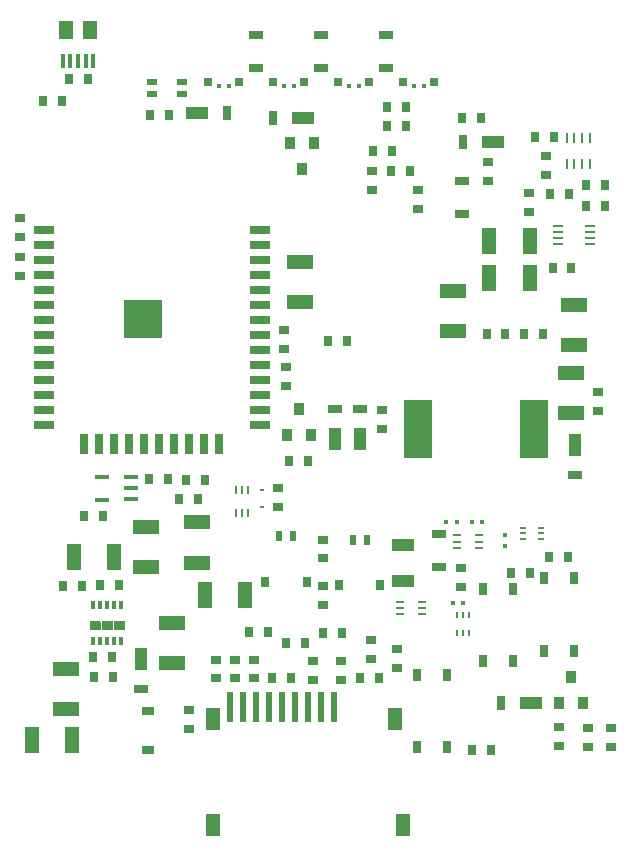
<source format=gbr>
G04 EasyPC Gerber Version 21.0.3 Build 4286 *
G04 #@! TF.Part,Single*
G04 #@! TF.FileFunction,Paste,Top *
G04 #@! TF.FilePolarity,Positive *
%FSLAX35Y35*%
%MOIN*%
G04 #@! TA.AperFunction,SMDPad*
%ADD134R,0.00945X0.02323*%
%ADD184R,0.01071X0.02882*%
%ADD175R,0.01120X0.03320*%
%ADD146R,0.01181X0.02559*%
%ADD148R,0.01260X0.05000*%
%ADD177R,0.01417X0.01614*%
%ADD139R,0.01425X0.01613*%
%ADD143R,0.02205X0.03583*%
%ADD136R,0.02205X0.10079*%
%ADD144R,0.02520X0.03307*%
%ADD183R,0.02561X0.04061*%
%ADD176R,0.02677X0.02874*%
%ADD125R,0.02835X0.03228*%
%ADD142R,0.02835X0.04803*%
%ADD127R,0.03150X0.07087*%
%ADD145R,0.03200X0.04000*%
%ADD129R,0.04409X0.07559*%
%ADD149R,0.04724X0.06299*%
%ADD135R,0.05039X0.07402*%
%ADD131R,0.05040X0.08940*%
%ADD132R,0.09764X0.19213*%
%ADD147R,0.00100X0.00100*%
%ADD180R,0.03200X0.00800*%
%ADD186R,0.02323X0.00945*%
%ADD138R,0.02882X0.01071*%
%ADD185R,0.01299X0.01102*%
%ADD187R,0.01613X0.01425*%
%ADD181R,0.04761X0.01761*%
%ADD178R,0.03299X0.02079*%
%ADD133R,0.03228X0.02835*%
%ADD130R,0.04803X0.02835*%
%ADD182R,0.04087X0.02866*%
%ADD140R,0.04795X0.02866*%
%ADD126R,0.07087X0.03150*%
%ADD128R,0.12598X0.12598*%
G04 #@! TD.AperFunction*
%ADD103C,0.00100*%
G04 #@! TA.AperFunction,SMDPad*
%ADD179R,0.07244X0.04094*%
%ADD141R,0.07559X0.04409*%
%ADD137R,0.08940X0.05040*%
X0Y0D02*
D02*
D103*
X45732Y88957D02*
X42839D01*
X42801Y88960*
X42765Y88971*
X42731Y88989*
X42702Y89013*
X42678Y89043*
X42660Y89076*
X42649Y89112*
X42646Y89150*
Y91520*
X42649Y91557*
X42660Y91594*
X42678Y91627*
X42702Y91656*
X42731Y91680*
X42765Y91698*
X42801Y91709*
X42839Y91713*
X45732*
X45770Y91709*
X45806Y91698*
X45839Y91680*
X45869Y91656*
X45893Y91627*
X45911Y91594*
X45922Y91557*
X45925Y91520*
Y89150*
X45922Y89112*
X45911Y89076*
X45893Y89043*
X45869Y89013*
X45839Y88989*
X45806Y88971*
X45770Y88960*
X45732Y88957*
G36*
X42839*
X42801Y88960*
X42765Y88971*
X42731Y88989*
X42702Y89013*
X42678Y89043*
X42660Y89076*
X42649Y89112*
X42646Y89150*
Y91520*
X42649Y91557*
X42660Y91594*
X42678Y91627*
X42702Y91656*
X42731Y91680*
X42765Y91698*
X42801Y91709*
X42839Y91713*
X45732*
X45770Y91709*
X45806Y91698*
X45839Y91680*
X45869Y91656*
X45893Y91627*
X45911Y91594*
X45922Y91557*
X45925Y91520*
Y89150*
X45922Y89112*
X45911Y89076*
X45893Y89043*
X45869Y89013*
X45839Y88989*
X45806Y88971*
X45770Y88960*
X45732Y88957*
G37*
X49787D02*
X46894D01*
X46856Y88960*
X46820Y88971*
X46787Y88989*
X46757Y89013*
X46733Y89043*
X46715Y89076*
X46704Y89112*
X46701Y89150*
Y91520*
X46704Y91557*
X46715Y91594*
X46733Y91627*
X46757Y91656*
X46787Y91680*
X46820Y91698*
X46856Y91709*
X46894Y91713*
X49787*
X49825Y91709*
X49861Y91698*
X49894Y91680*
X49924Y91656*
X49948Y91627*
X49966Y91594*
X49977Y91557*
X49980Y91520*
Y89150*
X49977Y89112*
X49966Y89076*
X49948Y89043*
X49924Y89013*
X49894Y88989*
X49861Y88971*
X49825Y88960*
X49787Y88957*
G36*
X46894*
X46856Y88960*
X46820Y88971*
X46787Y88989*
X46757Y89013*
X46733Y89043*
X46715Y89076*
X46704Y89112*
X46701Y89150*
Y91520*
X46704Y91557*
X46715Y91594*
X46733Y91627*
X46757Y91656*
X46787Y91680*
X46820Y91698*
X46856Y91709*
X46894Y91713*
X49787*
X49825Y91709*
X49861Y91698*
X49894Y91680*
X49924Y91656*
X49948Y91627*
X49966Y91594*
X49977Y91557*
X49980Y91520*
Y89150*
X49977Y89112*
X49966Y89076*
X49948Y89043*
X49924Y89013*
X49894Y88989*
X49861Y88971*
X49825Y88960*
X49787Y88957*
G37*
X53843D02*
X50949D01*
X50911Y88960*
X50875Y88971*
X50842Y88989*
X50813Y89013*
X50789Y89043*
X50770Y89076*
X50759Y89112*
X50756Y89150*
Y91520*
X50759Y91557*
X50770Y91594*
X50789Y91627*
X50813Y91656*
X50842Y91680*
X50875Y91698*
X50911Y91709*
X50949Y91713*
X53843*
X53880Y91709*
X53917Y91698*
X53950Y91680*
X53979Y91656*
X54003Y91627*
X54021Y91594*
X54032Y91557*
X54035Y91520*
Y89150*
X54032Y89112*
X54021Y89076*
X54003Y89043*
X53979Y89013*
X53950Y88989*
X53917Y88971*
X53880Y88960*
X53843Y88957*
G36*
X50949*
X50911Y88960*
X50875Y88971*
X50842Y88989*
X50813Y89013*
X50789Y89043*
X50770Y89076*
X50759Y89112*
X50756Y89150*
Y91520*
X50759Y91557*
X50770Y91594*
X50789Y91627*
X50813Y91656*
X50842Y91680*
X50875Y91698*
X50911Y91709*
X50949Y91713*
X53843*
X53880Y91709*
X53917Y91698*
X53950Y91680*
X53979Y91656*
X54003Y91627*
X54021Y91594*
X54032Y91557*
X54035Y91520*
Y89150*
X54032Y89112*
X54021Y89076*
X54003Y89043*
X53979Y89013*
X53950Y88989*
X53917Y88971*
X53880Y88960*
X53843Y88957*
G37*
D02*
D125*
X27238Y265197D03*
X33537D03*
X33616Y103543D03*
X35781Y272520D03*
X39915Y103543D03*
X40624Y126614D03*
X42081Y272520D03*
X43774Y79606D03*
X44167Y72992D03*
X45978Y103622D03*
X46923Y126614D03*
X50073Y79606D03*
X50467Y72992D03*
X52278Y103622D03*
X62514Y138976D03*
X62829Y260472D03*
X68813Y138976D03*
X69128Y260472D03*
X72356Y132441D03*
X74876Y138898D03*
X78656Y132441D03*
X81175Y138898D03*
X95742Y88110D03*
X102041D03*
X103380Y72913D03*
X108104Y84488D03*
X109049Y145118D03*
X109679Y72913D03*
X114404Y84488D03*
X115348Y145118D03*
X120467Y87795D03*
X122199Y185118D03*
X126766Y87795D03*
X128498Y185118D03*
X132671Y72598D03*
X137238Y248268D03*
X138970Y72598D03*
X141648Y256693D03*
Y263150D03*
X143144Y241811D03*
X143537Y248268D03*
X147947Y256693D03*
Y263150D03*
X149443Y241811D03*
X166844Y259331D03*
X170152Y48740D03*
X173144Y259331D03*
X174915Y187283D03*
X176451Y48740D03*
X181215Y187283D03*
X183222Y107874D03*
X187317Y187283D03*
X189522Y107874D03*
X191018Y253150D03*
X193616Y187283D03*
X195663Y113071D03*
X195978Y234094D03*
X196923Y209528D03*
X197317Y253150D03*
X201963Y113071D03*
X202278Y234094D03*
X203222Y209528D03*
X207986Y237087D03*
X208104Y230197D03*
X214285Y237087D03*
X214404Y230197D03*
D02*
D126*
X27278Y157146D03*
Y162146D03*
Y167146D03*
Y172146D03*
Y177146D03*
Y182146D03*
Y187146D03*
Y192146D03*
Y197146D03*
Y202146D03*
Y207146D03*
Y212146D03*
Y217146D03*
Y222146D03*
X99325Y157146D03*
Y162146D03*
Y167146D03*
Y172146D03*
Y177146D03*
Y182146D03*
Y187146D03*
Y192146D03*
Y197146D03*
Y202146D03*
Y207146D03*
Y212146D03*
Y217146D03*
Y222146D03*
D02*
D127*
X40801Y150669D03*
X45801D03*
X50801D03*
X55801D03*
X60801D03*
X65801D03*
X70801D03*
X75801D03*
X80801D03*
X85801D03*
D02*
D128*
X60309Y192421D03*
D02*
D129*
X59620Y79075D03*
X124423Y152343D03*
X132888D03*
X204344Y150571D03*
D02*
D130*
X59620Y69035D03*
X124423Y162382D03*
X132888D03*
X204344Y140531D03*
D02*
D131*
X23373Y52047D03*
X36773D03*
X37310Y113071D03*
X50710D03*
X80932Y100315D03*
X94332D03*
X175893Y206181D03*
Y218583D03*
X189293Y206181D03*
Y218583D03*
D02*
D132*
X152179Y155728D03*
X190762D03*
D02*
D133*
X19364Y219764D03*
Y226063D03*
X19443Y206772D03*
Y213071D03*
X75742Y55827D03*
Y62126D03*
X84640Y72598D03*
Y78898D03*
X91096Y72598D03*
Y78898D03*
X97553Y72598D03*
Y78898D03*
X105427Y129764D03*
Y136063D03*
X107396Y182362D03*
Y188661D03*
X108026Y170079D03*
Y176378D03*
X117238Y72126D03*
Y78425D03*
X120309Y97165D03*
Y103465D03*
Y112598D03*
Y118898D03*
X126293Y72205D03*
Y78504D03*
X136293Y78976D03*
Y85276D03*
X136844Y235591D03*
Y241890D03*
X140073Y155689D03*
Y161988D03*
X145191Y76220D03*
Y82520D03*
X151963Y229134D03*
Y235433D03*
X166293Y103071D03*
Y109370D03*
X175427Y238425D03*
Y244724D03*
X189089Y228031D03*
Y234331D03*
X194797Y240315D03*
Y246614D03*
X199128Y50079D03*
Y56378D03*
X208813Y49921D03*
Y56220D03*
X211963Y161811D03*
Y168110D03*
X216451Y49921D03*
Y56220D03*
D02*
D134*
X165112Y87815D03*
Y93917D03*
X167081Y87815D03*
Y93917D03*
X169049Y87815D03*
Y93917D03*
D02*
D135*
X83656Y23602D03*
Y59035D03*
X144285D03*
X147041Y23602D03*
D02*
D136*
X89561Y62972D03*
X93892D03*
X98222D03*
X102553D03*
X106884D03*
X111215D03*
X115545D03*
X119876D03*
X124207D03*
D02*
D137*
X34797Y62355D03*
Y75755D03*
X61490Y109599D03*
Y122999D03*
X70073Y77631D03*
Y91031D03*
X78498Y111253D03*
Y124653D03*
X112829Y198103D03*
Y211503D03*
X163695Y188339D03*
Y201739D03*
X202986Y161174D03*
Y174574D03*
X204167Y183615D03*
Y197015D03*
D02*
D138*
X146073Y93969D03*
Y96094D03*
Y98220D03*
X153553Y93969D03*
Y96094D03*
Y98220D03*
X165018Y116110D03*
Y118236D03*
Y120362D03*
X172498Y116110D03*
Y118236D03*
Y120362D03*
D02*
D139*
X161519Y124759D03*
X163578Y97760D03*
X165072Y124759D03*
X167130Y97760D03*
X169956Y124847D03*
X173508D03*
D02*
D140*
X98144Y276220D03*
Y287244D03*
X119797Y276220D03*
Y287244D03*
X141451Y276220D03*
Y287244D03*
X159049Y109685D03*
Y120709D03*
X166687Y227402D03*
Y238425D03*
D02*
D141*
X78242Y261201D03*
X113636Y259508D03*
X176982Y251555D03*
X189856Y64390D03*
D02*
D142*
X88281Y261201D03*
X103596Y259508D03*
X166943Y251555D03*
X179817Y64390D03*
D02*
D143*
X105683Y120128D03*
X110407D03*
X130309Y118927D03*
X135033D03*
D02*
D144*
X101136Y104872D03*
X114915D03*
X125762Y103671D03*
X139541D03*
D02*
D145*
X108435Y153653D03*
X109537Y251229D03*
X112435Y162353D03*
X113537Y242529D03*
X116435Y153653D03*
X117537Y251229D03*
X199222Y64361D03*
X203222Y73061D03*
X207222Y64361D03*
D02*
D146*
X43616Y85020D03*
Y97028D03*
X45978Y85020D03*
Y97028D03*
X48341Y85020D03*
Y97028D03*
X50703Y85020D03*
Y97028D03*
X53065Y85020D03*
Y97028D03*
D02*
D147*
X48341Y90236D03*
D02*
D148*
X33616Y278268D03*
X36175D03*
X38734D03*
X41293D03*
X43852D03*
D02*
D149*
X34797Y288898D03*
X42671D03*
D02*
D175*
X201589Y244204D03*
Y252804D03*
X204148Y244204D03*
Y252804D03*
X206707Y244204D03*
Y252804D03*
X209266Y244204D03*
Y252804D03*
D02*
D176*
X82100Y271535D03*
X92533D03*
X103754D03*
X114187D03*
X125407Y271457D03*
X135841D03*
X147061Y271535D03*
X157494D03*
D02*
D177*
X85644Y270157D03*
X88990Y270059D03*
X107297Y270157D03*
X110644Y270059D03*
X128951Y270079D03*
X132297Y269980D03*
X150604Y270157D03*
X153951Y270059D03*
D02*
D178*
X63301Y267343D03*
Y271437D03*
X73537Y267343D03*
Y271437D03*
D02*
D179*
X147159Y105197D03*
Y117008D03*
D02*
D180*
X198849Y217520D03*
Y219488D03*
Y221457D03*
Y223425D03*
X209249Y217520D03*
Y219488D03*
Y221457D03*
Y223425D03*
D02*
D181*
X46869Y132234D03*
Y139734D03*
X56269Y132284D03*
Y135984D03*
Y139684D03*
D02*
D182*
X62120Y48740D03*
Y61732D03*
D02*
D183*
X151766Y49626D03*
Y73839D03*
X161766Y49626D03*
Y73839D03*
X173734Y78366D03*
Y102579D03*
X183734Y78366D03*
Y102579D03*
X194207Y81831D03*
Y106043D03*
X204207Y81831D03*
Y106043D03*
D02*
D184*
X91301Y127890D03*
Y135370D03*
X93427Y127890D03*
Y135370D03*
X95553Y127890D03*
Y135370D03*
D02*
D185*
X99994Y129764D03*
Y135472D03*
D02*
D186*
X187100Y118976D03*
Y120945D03*
Y122913D03*
X193203Y118976D03*
Y120945D03*
Y122913D03*
D02*
D187*
X181219Y116801D03*
Y120354D03*
X0Y0D02*
M02*

</source>
